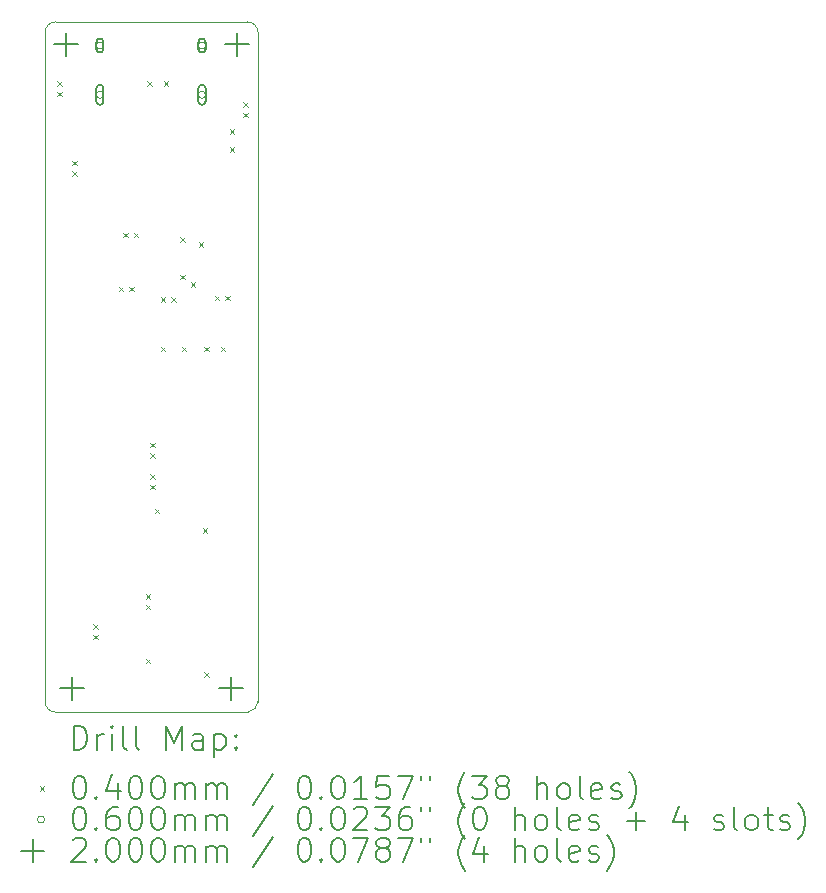
<source format=gbr>
%TF.GenerationSoftware,KiCad,Pcbnew,7.0.1*%
%TF.CreationDate,2023-08-15T21:07:47+02:00*%
%TF.ProjectId,ESP_PROG,4553505f-5052-44f4-972e-6b696361645f,rev?*%
%TF.SameCoordinates,Original*%
%TF.FileFunction,Drillmap*%
%TF.FilePolarity,Positive*%
%FSLAX45Y45*%
G04 Gerber Fmt 4.5, Leading zero omitted, Abs format (unit mm)*
G04 Created by KiCad (PCBNEW 7.0.1) date 2023-08-15 21:07:47*
%MOMM*%
%LPD*%
G01*
G04 APERTURE LIST*
%ADD10C,0.100000*%
%ADD11C,0.200000*%
%ADD12C,0.040000*%
%ADD13C,0.060000*%
G04 APERTURE END LIST*
D10*
X6096000Y-8649338D02*
G75*
G03*
X6176038Y-8560438I-9350J88898D01*
G01*
X6096000Y-8649338D02*
X4462862Y-8649976D01*
X4462862Y-2806702D02*
G75*
G03*
X4373962Y-2895600I-2J-88898D01*
G01*
X4462862Y-2806700D02*
X6087138Y-2806062D01*
X6176038Y-2894962D02*
G75*
G03*
X6087138Y-2806062I-88898J2D01*
G01*
X4373962Y-8560438D02*
X4373962Y-2895600D01*
X4373966Y-8560438D02*
G75*
G03*
X4462862Y-8649976I88894J-642D01*
G01*
X6176038Y-2894962D02*
X6176038Y-8560438D01*
D11*
D12*
X4475800Y-3307400D02*
X4515800Y-3347400D01*
X4515800Y-3307400D02*
X4475800Y-3347400D01*
X4475800Y-3396300D02*
X4515800Y-3436300D01*
X4515800Y-3396300D02*
X4475800Y-3436300D01*
X4602800Y-3980500D02*
X4642800Y-4020500D01*
X4642800Y-3980500D02*
X4602800Y-4020500D01*
X4602800Y-4069400D02*
X4642800Y-4109400D01*
X4642800Y-4069400D02*
X4602800Y-4109400D01*
X4780600Y-7904800D02*
X4820600Y-7944800D01*
X4820600Y-7904800D02*
X4780600Y-7944800D01*
X4780600Y-7993700D02*
X4820600Y-8033700D01*
X4820600Y-7993700D02*
X4780600Y-8033700D01*
X4996500Y-5047300D02*
X5036500Y-5087300D01*
X5036500Y-5047300D02*
X4996500Y-5087300D01*
X5034600Y-4590100D02*
X5074600Y-4630100D01*
X5074600Y-4590100D02*
X5034600Y-4630100D01*
X5085400Y-5047300D02*
X5125400Y-5087300D01*
X5125400Y-5047300D02*
X5085400Y-5087300D01*
X5123500Y-4590100D02*
X5163500Y-4630100D01*
X5163500Y-4590100D02*
X5123500Y-4630100D01*
X5225100Y-7650800D02*
X5265100Y-7690800D01*
X5265100Y-7650800D02*
X5225100Y-7690800D01*
X5225100Y-7739700D02*
X5265100Y-7779700D01*
X5265100Y-7739700D02*
X5225100Y-7779700D01*
X5225100Y-8196900D02*
X5265100Y-8236900D01*
X5265100Y-8196900D02*
X5225100Y-8236900D01*
X5237800Y-3307400D02*
X5277800Y-3347400D01*
X5277800Y-3307400D02*
X5237800Y-3347400D01*
X5263200Y-6368100D02*
X5303200Y-6408100D01*
X5303200Y-6368100D02*
X5263200Y-6408100D01*
X5263200Y-6457000D02*
X5303200Y-6497000D01*
X5303200Y-6457000D02*
X5263200Y-6497000D01*
X5263200Y-6634800D02*
X5303200Y-6674800D01*
X5303200Y-6634800D02*
X5263200Y-6674800D01*
X5263200Y-6723700D02*
X5303200Y-6763700D01*
X5303200Y-6723700D02*
X5263200Y-6763700D01*
X5301300Y-6926900D02*
X5341300Y-6966900D01*
X5341300Y-6926900D02*
X5301300Y-6966900D01*
X5352100Y-5136200D02*
X5392100Y-5176200D01*
X5392100Y-5136200D02*
X5352100Y-5176200D01*
X5352100Y-5555300D02*
X5392100Y-5595300D01*
X5392100Y-5555300D02*
X5352100Y-5595300D01*
X5377500Y-3307400D02*
X5417500Y-3347400D01*
X5417500Y-3307400D02*
X5377500Y-3347400D01*
X5441000Y-5136200D02*
X5481000Y-5176200D01*
X5481000Y-5136200D02*
X5441000Y-5176200D01*
X5517200Y-4628200D02*
X5557200Y-4668200D01*
X5557200Y-4628200D02*
X5517200Y-4668200D01*
X5517200Y-4945700D02*
X5557200Y-4985700D01*
X5557200Y-4945700D02*
X5517200Y-4985700D01*
X5529900Y-5555300D02*
X5569900Y-5595300D01*
X5569900Y-5555300D02*
X5529900Y-5595300D01*
X5606100Y-5009200D02*
X5646100Y-5049200D01*
X5646100Y-5009200D02*
X5606100Y-5049200D01*
X5674612Y-4673988D02*
X5714612Y-4713988D01*
X5714612Y-4673988D02*
X5674612Y-4713988D01*
X5707700Y-7092000D02*
X5747700Y-7132000D01*
X5747700Y-7092000D02*
X5707700Y-7132000D01*
X5720400Y-5555300D02*
X5760400Y-5595300D01*
X5760400Y-5555300D02*
X5720400Y-5595300D01*
X5720400Y-8311200D02*
X5760400Y-8351200D01*
X5760400Y-8311200D02*
X5720400Y-8351200D01*
X5809300Y-5123500D02*
X5849300Y-5163500D01*
X5849300Y-5123500D02*
X5809300Y-5163500D01*
X5860100Y-5555300D02*
X5900100Y-5595300D01*
X5900100Y-5555300D02*
X5860100Y-5595300D01*
X5898200Y-5123500D02*
X5938200Y-5163500D01*
X5938200Y-5123500D02*
X5898200Y-5163500D01*
X5936300Y-3713800D02*
X5976300Y-3753800D01*
X5976300Y-3713800D02*
X5936300Y-3753800D01*
X5936300Y-3866200D02*
X5976300Y-3906200D01*
X5976300Y-3866200D02*
X5936300Y-3906200D01*
X6050600Y-3485200D02*
X6090600Y-3525200D01*
X6090600Y-3485200D02*
X6050600Y-3525200D01*
X6050600Y-3574100D02*
X6090600Y-3614100D01*
X6090600Y-3574100D02*
X6050600Y-3614100D01*
D13*
X4868500Y-3006500D02*
G75*
G03*
X4868500Y-3006500I-30000J0D01*
G01*
D11*
X4868500Y-3036500D02*
X4868500Y-2976500D01*
X4868500Y-2976500D02*
G75*
G03*
X4808500Y-2976500I-30000J0D01*
G01*
X4808500Y-2976500D02*
X4808500Y-3036500D01*
X4808500Y-3036500D02*
G75*
G03*
X4868500Y-3036500I30000J0D01*
G01*
D13*
X4868500Y-3424500D02*
G75*
G03*
X4868500Y-3424500I-30000J0D01*
G01*
D11*
X4868500Y-3479500D02*
X4868500Y-3369500D01*
X4868500Y-3369500D02*
G75*
G03*
X4808500Y-3369500I-30000J0D01*
G01*
X4808500Y-3369500D02*
X4808500Y-3479500D01*
X4808500Y-3479500D02*
G75*
G03*
X4868500Y-3479500I30000J0D01*
G01*
D13*
X5732500Y-3006500D02*
G75*
G03*
X5732500Y-3006500I-30000J0D01*
G01*
D11*
X5732500Y-3036500D02*
X5732500Y-2976500D01*
X5732500Y-2976500D02*
G75*
G03*
X5672500Y-2976500I-30000J0D01*
G01*
X5672500Y-2976500D02*
X5672500Y-3036500D01*
X5672500Y-3036500D02*
G75*
G03*
X5732500Y-3036500I30000J0D01*
G01*
D13*
X5732500Y-3424500D02*
G75*
G03*
X5732500Y-3424500I-30000J0D01*
G01*
D11*
X5732500Y-3479500D02*
X5732500Y-3369500D01*
X5732500Y-3369500D02*
G75*
G03*
X5672500Y-3369500I-30000J0D01*
G01*
X5672500Y-3369500D02*
X5672500Y-3479500D01*
X5672500Y-3479500D02*
G75*
G03*
X5732500Y-3479500I30000J0D01*
G01*
X4550000Y-2897200D02*
X4550000Y-3097200D01*
X4450000Y-2997200D02*
X4650000Y-2997200D01*
X4600000Y-8350000D02*
X4600000Y-8550000D01*
X4500000Y-8450000D02*
X4700000Y-8450000D01*
X5950000Y-8350000D02*
X5950000Y-8550000D01*
X5850000Y-8450000D02*
X6050000Y-8450000D01*
X6000000Y-2897200D02*
X6000000Y-3097200D01*
X5900000Y-2997200D02*
X6100000Y-2997200D01*
X4616581Y-8967500D02*
X4616581Y-8767500D01*
X4616581Y-8767500D02*
X4664200Y-8767500D01*
X4664200Y-8767500D02*
X4692771Y-8777024D01*
X4692771Y-8777024D02*
X4711819Y-8796072D01*
X4711819Y-8796072D02*
X4721343Y-8815119D01*
X4721343Y-8815119D02*
X4730867Y-8853214D01*
X4730867Y-8853214D02*
X4730867Y-8881786D01*
X4730867Y-8881786D02*
X4721343Y-8919881D01*
X4721343Y-8919881D02*
X4711819Y-8938929D01*
X4711819Y-8938929D02*
X4692771Y-8957976D01*
X4692771Y-8957976D02*
X4664200Y-8967500D01*
X4664200Y-8967500D02*
X4616581Y-8967500D01*
X4816581Y-8967500D02*
X4816581Y-8834167D01*
X4816581Y-8872262D02*
X4826105Y-8853214D01*
X4826105Y-8853214D02*
X4835628Y-8843691D01*
X4835628Y-8843691D02*
X4854676Y-8834167D01*
X4854676Y-8834167D02*
X4873724Y-8834167D01*
X4940390Y-8967500D02*
X4940390Y-8834167D01*
X4940390Y-8767500D02*
X4930867Y-8777024D01*
X4930867Y-8777024D02*
X4940390Y-8786548D01*
X4940390Y-8786548D02*
X4949914Y-8777024D01*
X4949914Y-8777024D02*
X4940390Y-8767500D01*
X4940390Y-8767500D02*
X4940390Y-8786548D01*
X5064200Y-8967500D02*
X5045152Y-8957976D01*
X5045152Y-8957976D02*
X5035628Y-8938929D01*
X5035628Y-8938929D02*
X5035628Y-8767500D01*
X5168962Y-8967500D02*
X5149914Y-8957976D01*
X5149914Y-8957976D02*
X5140390Y-8938929D01*
X5140390Y-8938929D02*
X5140390Y-8767500D01*
X5397533Y-8967500D02*
X5397533Y-8767500D01*
X5397533Y-8767500D02*
X5464200Y-8910357D01*
X5464200Y-8910357D02*
X5530867Y-8767500D01*
X5530867Y-8767500D02*
X5530867Y-8967500D01*
X5711819Y-8967500D02*
X5711819Y-8862738D01*
X5711819Y-8862738D02*
X5702295Y-8843691D01*
X5702295Y-8843691D02*
X5683247Y-8834167D01*
X5683247Y-8834167D02*
X5645152Y-8834167D01*
X5645152Y-8834167D02*
X5626105Y-8843691D01*
X5711819Y-8957976D02*
X5692771Y-8967500D01*
X5692771Y-8967500D02*
X5645152Y-8967500D01*
X5645152Y-8967500D02*
X5626105Y-8957976D01*
X5626105Y-8957976D02*
X5616581Y-8938929D01*
X5616581Y-8938929D02*
X5616581Y-8919881D01*
X5616581Y-8919881D02*
X5626105Y-8900834D01*
X5626105Y-8900834D02*
X5645152Y-8891310D01*
X5645152Y-8891310D02*
X5692771Y-8891310D01*
X5692771Y-8891310D02*
X5711819Y-8881786D01*
X5807057Y-8834167D02*
X5807057Y-9034167D01*
X5807057Y-8843691D02*
X5826105Y-8834167D01*
X5826105Y-8834167D02*
X5864200Y-8834167D01*
X5864200Y-8834167D02*
X5883247Y-8843691D01*
X5883247Y-8843691D02*
X5892771Y-8853214D01*
X5892771Y-8853214D02*
X5902295Y-8872262D01*
X5902295Y-8872262D02*
X5902295Y-8929405D01*
X5902295Y-8929405D02*
X5892771Y-8948453D01*
X5892771Y-8948453D02*
X5883247Y-8957976D01*
X5883247Y-8957976D02*
X5864200Y-8967500D01*
X5864200Y-8967500D02*
X5826105Y-8967500D01*
X5826105Y-8967500D02*
X5807057Y-8957976D01*
X5988009Y-8948453D02*
X5997533Y-8957976D01*
X5997533Y-8957976D02*
X5988009Y-8967500D01*
X5988009Y-8967500D02*
X5978486Y-8957976D01*
X5978486Y-8957976D02*
X5988009Y-8948453D01*
X5988009Y-8948453D02*
X5988009Y-8967500D01*
X5988009Y-8843691D02*
X5997533Y-8853214D01*
X5997533Y-8853214D02*
X5988009Y-8862738D01*
X5988009Y-8862738D02*
X5978486Y-8853214D01*
X5978486Y-8853214D02*
X5988009Y-8843691D01*
X5988009Y-8843691D02*
X5988009Y-8862738D01*
D12*
X4328962Y-9274976D02*
X4368962Y-9314976D01*
X4368962Y-9274976D02*
X4328962Y-9314976D01*
D11*
X4654676Y-9187500D02*
X4673724Y-9187500D01*
X4673724Y-9187500D02*
X4692771Y-9197024D01*
X4692771Y-9197024D02*
X4702295Y-9206548D01*
X4702295Y-9206548D02*
X4711819Y-9225595D01*
X4711819Y-9225595D02*
X4721343Y-9263691D01*
X4721343Y-9263691D02*
X4721343Y-9311310D01*
X4721343Y-9311310D02*
X4711819Y-9349405D01*
X4711819Y-9349405D02*
X4702295Y-9368453D01*
X4702295Y-9368453D02*
X4692771Y-9377976D01*
X4692771Y-9377976D02*
X4673724Y-9387500D01*
X4673724Y-9387500D02*
X4654676Y-9387500D01*
X4654676Y-9387500D02*
X4635628Y-9377976D01*
X4635628Y-9377976D02*
X4626105Y-9368453D01*
X4626105Y-9368453D02*
X4616581Y-9349405D01*
X4616581Y-9349405D02*
X4607057Y-9311310D01*
X4607057Y-9311310D02*
X4607057Y-9263691D01*
X4607057Y-9263691D02*
X4616581Y-9225595D01*
X4616581Y-9225595D02*
X4626105Y-9206548D01*
X4626105Y-9206548D02*
X4635628Y-9197024D01*
X4635628Y-9197024D02*
X4654676Y-9187500D01*
X4807057Y-9368453D02*
X4816581Y-9377976D01*
X4816581Y-9377976D02*
X4807057Y-9387500D01*
X4807057Y-9387500D02*
X4797533Y-9377976D01*
X4797533Y-9377976D02*
X4807057Y-9368453D01*
X4807057Y-9368453D02*
X4807057Y-9387500D01*
X4988009Y-9254167D02*
X4988009Y-9387500D01*
X4940390Y-9177976D02*
X4892771Y-9320834D01*
X4892771Y-9320834D02*
X5016581Y-9320834D01*
X5130867Y-9187500D02*
X5149914Y-9187500D01*
X5149914Y-9187500D02*
X5168962Y-9197024D01*
X5168962Y-9197024D02*
X5178486Y-9206548D01*
X5178486Y-9206548D02*
X5188009Y-9225595D01*
X5188009Y-9225595D02*
X5197533Y-9263691D01*
X5197533Y-9263691D02*
X5197533Y-9311310D01*
X5197533Y-9311310D02*
X5188009Y-9349405D01*
X5188009Y-9349405D02*
X5178486Y-9368453D01*
X5178486Y-9368453D02*
X5168962Y-9377976D01*
X5168962Y-9377976D02*
X5149914Y-9387500D01*
X5149914Y-9387500D02*
X5130867Y-9387500D01*
X5130867Y-9387500D02*
X5111819Y-9377976D01*
X5111819Y-9377976D02*
X5102295Y-9368453D01*
X5102295Y-9368453D02*
X5092771Y-9349405D01*
X5092771Y-9349405D02*
X5083248Y-9311310D01*
X5083248Y-9311310D02*
X5083248Y-9263691D01*
X5083248Y-9263691D02*
X5092771Y-9225595D01*
X5092771Y-9225595D02*
X5102295Y-9206548D01*
X5102295Y-9206548D02*
X5111819Y-9197024D01*
X5111819Y-9197024D02*
X5130867Y-9187500D01*
X5321343Y-9187500D02*
X5340390Y-9187500D01*
X5340390Y-9187500D02*
X5359438Y-9197024D01*
X5359438Y-9197024D02*
X5368962Y-9206548D01*
X5368962Y-9206548D02*
X5378486Y-9225595D01*
X5378486Y-9225595D02*
X5388009Y-9263691D01*
X5388009Y-9263691D02*
X5388009Y-9311310D01*
X5388009Y-9311310D02*
X5378486Y-9349405D01*
X5378486Y-9349405D02*
X5368962Y-9368453D01*
X5368962Y-9368453D02*
X5359438Y-9377976D01*
X5359438Y-9377976D02*
X5340390Y-9387500D01*
X5340390Y-9387500D02*
X5321343Y-9387500D01*
X5321343Y-9387500D02*
X5302295Y-9377976D01*
X5302295Y-9377976D02*
X5292771Y-9368453D01*
X5292771Y-9368453D02*
X5283248Y-9349405D01*
X5283248Y-9349405D02*
X5273724Y-9311310D01*
X5273724Y-9311310D02*
X5273724Y-9263691D01*
X5273724Y-9263691D02*
X5283248Y-9225595D01*
X5283248Y-9225595D02*
X5292771Y-9206548D01*
X5292771Y-9206548D02*
X5302295Y-9197024D01*
X5302295Y-9197024D02*
X5321343Y-9187500D01*
X5473724Y-9387500D02*
X5473724Y-9254167D01*
X5473724Y-9273214D02*
X5483248Y-9263691D01*
X5483248Y-9263691D02*
X5502295Y-9254167D01*
X5502295Y-9254167D02*
X5530867Y-9254167D01*
X5530867Y-9254167D02*
X5549914Y-9263691D01*
X5549914Y-9263691D02*
X5559438Y-9282738D01*
X5559438Y-9282738D02*
X5559438Y-9387500D01*
X5559438Y-9282738D02*
X5568962Y-9263691D01*
X5568962Y-9263691D02*
X5588009Y-9254167D01*
X5588009Y-9254167D02*
X5616581Y-9254167D01*
X5616581Y-9254167D02*
X5635628Y-9263691D01*
X5635628Y-9263691D02*
X5645152Y-9282738D01*
X5645152Y-9282738D02*
X5645152Y-9387500D01*
X5740390Y-9387500D02*
X5740390Y-9254167D01*
X5740390Y-9273214D02*
X5749914Y-9263691D01*
X5749914Y-9263691D02*
X5768962Y-9254167D01*
X5768962Y-9254167D02*
X5797533Y-9254167D01*
X5797533Y-9254167D02*
X5816581Y-9263691D01*
X5816581Y-9263691D02*
X5826105Y-9282738D01*
X5826105Y-9282738D02*
X5826105Y-9387500D01*
X5826105Y-9282738D02*
X5835628Y-9263691D01*
X5835628Y-9263691D02*
X5854676Y-9254167D01*
X5854676Y-9254167D02*
X5883247Y-9254167D01*
X5883247Y-9254167D02*
X5902295Y-9263691D01*
X5902295Y-9263691D02*
X5911819Y-9282738D01*
X5911819Y-9282738D02*
X5911819Y-9387500D01*
X6302295Y-9177976D02*
X6130867Y-9435119D01*
X6559438Y-9187500D02*
X6578486Y-9187500D01*
X6578486Y-9187500D02*
X6597533Y-9197024D01*
X6597533Y-9197024D02*
X6607057Y-9206548D01*
X6607057Y-9206548D02*
X6616581Y-9225595D01*
X6616581Y-9225595D02*
X6626105Y-9263691D01*
X6626105Y-9263691D02*
X6626105Y-9311310D01*
X6626105Y-9311310D02*
X6616581Y-9349405D01*
X6616581Y-9349405D02*
X6607057Y-9368453D01*
X6607057Y-9368453D02*
X6597533Y-9377976D01*
X6597533Y-9377976D02*
X6578486Y-9387500D01*
X6578486Y-9387500D02*
X6559438Y-9387500D01*
X6559438Y-9387500D02*
X6540390Y-9377976D01*
X6540390Y-9377976D02*
X6530867Y-9368453D01*
X6530867Y-9368453D02*
X6521343Y-9349405D01*
X6521343Y-9349405D02*
X6511819Y-9311310D01*
X6511819Y-9311310D02*
X6511819Y-9263691D01*
X6511819Y-9263691D02*
X6521343Y-9225595D01*
X6521343Y-9225595D02*
X6530867Y-9206548D01*
X6530867Y-9206548D02*
X6540390Y-9197024D01*
X6540390Y-9197024D02*
X6559438Y-9187500D01*
X6711819Y-9368453D02*
X6721343Y-9377976D01*
X6721343Y-9377976D02*
X6711819Y-9387500D01*
X6711819Y-9387500D02*
X6702295Y-9377976D01*
X6702295Y-9377976D02*
X6711819Y-9368453D01*
X6711819Y-9368453D02*
X6711819Y-9387500D01*
X6845152Y-9187500D02*
X6864200Y-9187500D01*
X6864200Y-9187500D02*
X6883248Y-9197024D01*
X6883248Y-9197024D02*
X6892771Y-9206548D01*
X6892771Y-9206548D02*
X6902295Y-9225595D01*
X6902295Y-9225595D02*
X6911819Y-9263691D01*
X6911819Y-9263691D02*
X6911819Y-9311310D01*
X6911819Y-9311310D02*
X6902295Y-9349405D01*
X6902295Y-9349405D02*
X6892771Y-9368453D01*
X6892771Y-9368453D02*
X6883248Y-9377976D01*
X6883248Y-9377976D02*
X6864200Y-9387500D01*
X6864200Y-9387500D02*
X6845152Y-9387500D01*
X6845152Y-9387500D02*
X6826105Y-9377976D01*
X6826105Y-9377976D02*
X6816581Y-9368453D01*
X6816581Y-9368453D02*
X6807057Y-9349405D01*
X6807057Y-9349405D02*
X6797533Y-9311310D01*
X6797533Y-9311310D02*
X6797533Y-9263691D01*
X6797533Y-9263691D02*
X6807057Y-9225595D01*
X6807057Y-9225595D02*
X6816581Y-9206548D01*
X6816581Y-9206548D02*
X6826105Y-9197024D01*
X6826105Y-9197024D02*
X6845152Y-9187500D01*
X7102295Y-9387500D02*
X6988010Y-9387500D01*
X7045152Y-9387500D02*
X7045152Y-9187500D01*
X7045152Y-9187500D02*
X7026105Y-9216072D01*
X7026105Y-9216072D02*
X7007057Y-9235119D01*
X7007057Y-9235119D02*
X6988010Y-9244643D01*
X7283248Y-9187500D02*
X7188010Y-9187500D01*
X7188010Y-9187500D02*
X7178486Y-9282738D01*
X7178486Y-9282738D02*
X7188010Y-9273214D01*
X7188010Y-9273214D02*
X7207057Y-9263691D01*
X7207057Y-9263691D02*
X7254676Y-9263691D01*
X7254676Y-9263691D02*
X7273724Y-9273214D01*
X7273724Y-9273214D02*
X7283248Y-9282738D01*
X7283248Y-9282738D02*
X7292771Y-9301786D01*
X7292771Y-9301786D02*
X7292771Y-9349405D01*
X7292771Y-9349405D02*
X7283248Y-9368453D01*
X7283248Y-9368453D02*
X7273724Y-9377976D01*
X7273724Y-9377976D02*
X7254676Y-9387500D01*
X7254676Y-9387500D02*
X7207057Y-9387500D01*
X7207057Y-9387500D02*
X7188010Y-9377976D01*
X7188010Y-9377976D02*
X7178486Y-9368453D01*
X7359438Y-9187500D02*
X7492771Y-9187500D01*
X7492771Y-9187500D02*
X7407057Y-9387500D01*
X7559438Y-9187500D02*
X7559438Y-9225595D01*
X7635629Y-9187500D02*
X7635629Y-9225595D01*
X7930867Y-9463691D02*
X7921343Y-9454167D01*
X7921343Y-9454167D02*
X7902295Y-9425595D01*
X7902295Y-9425595D02*
X7892772Y-9406548D01*
X7892772Y-9406548D02*
X7883248Y-9377976D01*
X7883248Y-9377976D02*
X7873724Y-9330357D01*
X7873724Y-9330357D02*
X7873724Y-9292262D01*
X7873724Y-9292262D02*
X7883248Y-9244643D01*
X7883248Y-9244643D02*
X7892772Y-9216072D01*
X7892772Y-9216072D02*
X7902295Y-9197024D01*
X7902295Y-9197024D02*
X7921343Y-9168453D01*
X7921343Y-9168453D02*
X7930867Y-9158929D01*
X7988010Y-9187500D02*
X8111819Y-9187500D01*
X8111819Y-9187500D02*
X8045152Y-9263691D01*
X8045152Y-9263691D02*
X8073724Y-9263691D01*
X8073724Y-9263691D02*
X8092772Y-9273214D01*
X8092772Y-9273214D02*
X8102295Y-9282738D01*
X8102295Y-9282738D02*
X8111819Y-9301786D01*
X8111819Y-9301786D02*
X8111819Y-9349405D01*
X8111819Y-9349405D02*
X8102295Y-9368453D01*
X8102295Y-9368453D02*
X8092772Y-9377976D01*
X8092772Y-9377976D02*
X8073724Y-9387500D01*
X8073724Y-9387500D02*
X8016581Y-9387500D01*
X8016581Y-9387500D02*
X7997533Y-9377976D01*
X7997533Y-9377976D02*
X7988010Y-9368453D01*
X8226105Y-9273214D02*
X8207057Y-9263691D01*
X8207057Y-9263691D02*
X8197533Y-9254167D01*
X8197533Y-9254167D02*
X8188010Y-9235119D01*
X8188010Y-9235119D02*
X8188010Y-9225595D01*
X8188010Y-9225595D02*
X8197533Y-9206548D01*
X8197533Y-9206548D02*
X8207057Y-9197024D01*
X8207057Y-9197024D02*
X8226105Y-9187500D01*
X8226105Y-9187500D02*
X8264200Y-9187500D01*
X8264200Y-9187500D02*
X8283248Y-9197024D01*
X8283248Y-9197024D02*
X8292772Y-9206548D01*
X8292772Y-9206548D02*
X8302295Y-9225595D01*
X8302295Y-9225595D02*
X8302295Y-9235119D01*
X8302295Y-9235119D02*
X8292772Y-9254167D01*
X8292772Y-9254167D02*
X8283248Y-9263691D01*
X8283248Y-9263691D02*
X8264200Y-9273214D01*
X8264200Y-9273214D02*
X8226105Y-9273214D01*
X8226105Y-9273214D02*
X8207057Y-9282738D01*
X8207057Y-9282738D02*
X8197533Y-9292262D01*
X8197533Y-9292262D02*
X8188010Y-9311310D01*
X8188010Y-9311310D02*
X8188010Y-9349405D01*
X8188010Y-9349405D02*
X8197533Y-9368453D01*
X8197533Y-9368453D02*
X8207057Y-9377976D01*
X8207057Y-9377976D02*
X8226105Y-9387500D01*
X8226105Y-9387500D02*
X8264200Y-9387500D01*
X8264200Y-9387500D02*
X8283248Y-9377976D01*
X8283248Y-9377976D02*
X8292772Y-9368453D01*
X8292772Y-9368453D02*
X8302295Y-9349405D01*
X8302295Y-9349405D02*
X8302295Y-9311310D01*
X8302295Y-9311310D02*
X8292772Y-9292262D01*
X8292772Y-9292262D02*
X8283248Y-9282738D01*
X8283248Y-9282738D02*
X8264200Y-9273214D01*
X8540391Y-9387500D02*
X8540391Y-9187500D01*
X8626105Y-9387500D02*
X8626105Y-9282738D01*
X8626105Y-9282738D02*
X8616581Y-9263691D01*
X8616581Y-9263691D02*
X8597534Y-9254167D01*
X8597534Y-9254167D02*
X8568962Y-9254167D01*
X8568962Y-9254167D02*
X8549915Y-9263691D01*
X8549915Y-9263691D02*
X8540391Y-9273214D01*
X8749915Y-9387500D02*
X8730867Y-9377976D01*
X8730867Y-9377976D02*
X8721343Y-9368453D01*
X8721343Y-9368453D02*
X8711819Y-9349405D01*
X8711819Y-9349405D02*
X8711819Y-9292262D01*
X8711819Y-9292262D02*
X8721343Y-9273214D01*
X8721343Y-9273214D02*
X8730867Y-9263691D01*
X8730867Y-9263691D02*
X8749915Y-9254167D01*
X8749915Y-9254167D02*
X8778486Y-9254167D01*
X8778486Y-9254167D02*
X8797534Y-9263691D01*
X8797534Y-9263691D02*
X8807057Y-9273214D01*
X8807057Y-9273214D02*
X8816581Y-9292262D01*
X8816581Y-9292262D02*
X8816581Y-9349405D01*
X8816581Y-9349405D02*
X8807057Y-9368453D01*
X8807057Y-9368453D02*
X8797534Y-9377976D01*
X8797534Y-9377976D02*
X8778486Y-9387500D01*
X8778486Y-9387500D02*
X8749915Y-9387500D01*
X8930867Y-9387500D02*
X8911819Y-9377976D01*
X8911819Y-9377976D02*
X8902296Y-9358929D01*
X8902296Y-9358929D02*
X8902296Y-9187500D01*
X9083248Y-9377976D02*
X9064200Y-9387500D01*
X9064200Y-9387500D02*
X9026105Y-9387500D01*
X9026105Y-9387500D02*
X9007057Y-9377976D01*
X9007057Y-9377976D02*
X8997534Y-9358929D01*
X8997534Y-9358929D02*
X8997534Y-9282738D01*
X8997534Y-9282738D02*
X9007057Y-9263691D01*
X9007057Y-9263691D02*
X9026105Y-9254167D01*
X9026105Y-9254167D02*
X9064200Y-9254167D01*
X9064200Y-9254167D02*
X9083248Y-9263691D01*
X9083248Y-9263691D02*
X9092772Y-9282738D01*
X9092772Y-9282738D02*
X9092772Y-9301786D01*
X9092772Y-9301786D02*
X8997534Y-9320834D01*
X9168962Y-9377976D02*
X9188010Y-9387500D01*
X9188010Y-9387500D02*
X9226105Y-9387500D01*
X9226105Y-9387500D02*
X9245153Y-9377976D01*
X9245153Y-9377976D02*
X9254677Y-9358929D01*
X9254677Y-9358929D02*
X9254677Y-9349405D01*
X9254677Y-9349405D02*
X9245153Y-9330357D01*
X9245153Y-9330357D02*
X9226105Y-9320834D01*
X9226105Y-9320834D02*
X9197534Y-9320834D01*
X9197534Y-9320834D02*
X9178486Y-9311310D01*
X9178486Y-9311310D02*
X9168962Y-9292262D01*
X9168962Y-9292262D02*
X9168962Y-9282738D01*
X9168962Y-9282738D02*
X9178486Y-9263691D01*
X9178486Y-9263691D02*
X9197534Y-9254167D01*
X9197534Y-9254167D02*
X9226105Y-9254167D01*
X9226105Y-9254167D02*
X9245153Y-9263691D01*
X9321343Y-9463691D02*
X9330867Y-9454167D01*
X9330867Y-9454167D02*
X9349915Y-9425595D01*
X9349915Y-9425595D02*
X9359438Y-9406548D01*
X9359438Y-9406548D02*
X9368962Y-9377976D01*
X9368962Y-9377976D02*
X9378486Y-9330357D01*
X9378486Y-9330357D02*
X9378486Y-9292262D01*
X9378486Y-9292262D02*
X9368962Y-9244643D01*
X9368962Y-9244643D02*
X9359438Y-9216072D01*
X9359438Y-9216072D02*
X9349915Y-9197024D01*
X9349915Y-9197024D02*
X9330867Y-9168453D01*
X9330867Y-9168453D02*
X9321343Y-9158929D01*
D13*
X4368962Y-9558976D02*
G75*
G03*
X4368962Y-9558976I-30000J0D01*
G01*
D11*
X4654676Y-9451500D02*
X4673724Y-9451500D01*
X4673724Y-9451500D02*
X4692771Y-9461024D01*
X4692771Y-9461024D02*
X4702295Y-9470548D01*
X4702295Y-9470548D02*
X4711819Y-9489595D01*
X4711819Y-9489595D02*
X4721343Y-9527691D01*
X4721343Y-9527691D02*
X4721343Y-9575310D01*
X4721343Y-9575310D02*
X4711819Y-9613405D01*
X4711819Y-9613405D02*
X4702295Y-9632453D01*
X4702295Y-9632453D02*
X4692771Y-9641976D01*
X4692771Y-9641976D02*
X4673724Y-9651500D01*
X4673724Y-9651500D02*
X4654676Y-9651500D01*
X4654676Y-9651500D02*
X4635628Y-9641976D01*
X4635628Y-9641976D02*
X4626105Y-9632453D01*
X4626105Y-9632453D02*
X4616581Y-9613405D01*
X4616581Y-9613405D02*
X4607057Y-9575310D01*
X4607057Y-9575310D02*
X4607057Y-9527691D01*
X4607057Y-9527691D02*
X4616581Y-9489595D01*
X4616581Y-9489595D02*
X4626105Y-9470548D01*
X4626105Y-9470548D02*
X4635628Y-9461024D01*
X4635628Y-9461024D02*
X4654676Y-9451500D01*
X4807057Y-9632453D02*
X4816581Y-9641976D01*
X4816581Y-9641976D02*
X4807057Y-9651500D01*
X4807057Y-9651500D02*
X4797533Y-9641976D01*
X4797533Y-9641976D02*
X4807057Y-9632453D01*
X4807057Y-9632453D02*
X4807057Y-9651500D01*
X4988009Y-9451500D02*
X4949914Y-9451500D01*
X4949914Y-9451500D02*
X4930867Y-9461024D01*
X4930867Y-9461024D02*
X4921343Y-9470548D01*
X4921343Y-9470548D02*
X4902295Y-9499119D01*
X4902295Y-9499119D02*
X4892771Y-9537214D01*
X4892771Y-9537214D02*
X4892771Y-9613405D01*
X4892771Y-9613405D02*
X4902295Y-9632453D01*
X4902295Y-9632453D02*
X4911819Y-9641976D01*
X4911819Y-9641976D02*
X4930867Y-9651500D01*
X4930867Y-9651500D02*
X4968962Y-9651500D01*
X4968962Y-9651500D02*
X4988009Y-9641976D01*
X4988009Y-9641976D02*
X4997533Y-9632453D01*
X4997533Y-9632453D02*
X5007057Y-9613405D01*
X5007057Y-9613405D02*
X5007057Y-9565786D01*
X5007057Y-9565786D02*
X4997533Y-9546738D01*
X4997533Y-9546738D02*
X4988009Y-9537214D01*
X4988009Y-9537214D02*
X4968962Y-9527691D01*
X4968962Y-9527691D02*
X4930867Y-9527691D01*
X4930867Y-9527691D02*
X4911819Y-9537214D01*
X4911819Y-9537214D02*
X4902295Y-9546738D01*
X4902295Y-9546738D02*
X4892771Y-9565786D01*
X5130867Y-9451500D02*
X5149914Y-9451500D01*
X5149914Y-9451500D02*
X5168962Y-9461024D01*
X5168962Y-9461024D02*
X5178486Y-9470548D01*
X5178486Y-9470548D02*
X5188009Y-9489595D01*
X5188009Y-9489595D02*
X5197533Y-9527691D01*
X5197533Y-9527691D02*
X5197533Y-9575310D01*
X5197533Y-9575310D02*
X5188009Y-9613405D01*
X5188009Y-9613405D02*
X5178486Y-9632453D01*
X5178486Y-9632453D02*
X5168962Y-9641976D01*
X5168962Y-9641976D02*
X5149914Y-9651500D01*
X5149914Y-9651500D02*
X5130867Y-9651500D01*
X5130867Y-9651500D02*
X5111819Y-9641976D01*
X5111819Y-9641976D02*
X5102295Y-9632453D01*
X5102295Y-9632453D02*
X5092771Y-9613405D01*
X5092771Y-9613405D02*
X5083248Y-9575310D01*
X5083248Y-9575310D02*
X5083248Y-9527691D01*
X5083248Y-9527691D02*
X5092771Y-9489595D01*
X5092771Y-9489595D02*
X5102295Y-9470548D01*
X5102295Y-9470548D02*
X5111819Y-9461024D01*
X5111819Y-9461024D02*
X5130867Y-9451500D01*
X5321343Y-9451500D02*
X5340390Y-9451500D01*
X5340390Y-9451500D02*
X5359438Y-9461024D01*
X5359438Y-9461024D02*
X5368962Y-9470548D01*
X5368962Y-9470548D02*
X5378486Y-9489595D01*
X5378486Y-9489595D02*
X5388009Y-9527691D01*
X5388009Y-9527691D02*
X5388009Y-9575310D01*
X5388009Y-9575310D02*
X5378486Y-9613405D01*
X5378486Y-9613405D02*
X5368962Y-9632453D01*
X5368962Y-9632453D02*
X5359438Y-9641976D01*
X5359438Y-9641976D02*
X5340390Y-9651500D01*
X5340390Y-9651500D02*
X5321343Y-9651500D01*
X5321343Y-9651500D02*
X5302295Y-9641976D01*
X5302295Y-9641976D02*
X5292771Y-9632453D01*
X5292771Y-9632453D02*
X5283248Y-9613405D01*
X5283248Y-9613405D02*
X5273724Y-9575310D01*
X5273724Y-9575310D02*
X5273724Y-9527691D01*
X5273724Y-9527691D02*
X5283248Y-9489595D01*
X5283248Y-9489595D02*
X5292771Y-9470548D01*
X5292771Y-9470548D02*
X5302295Y-9461024D01*
X5302295Y-9461024D02*
X5321343Y-9451500D01*
X5473724Y-9651500D02*
X5473724Y-9518167D01*
X5473724Y-9537214D02*
X5483248Y-9527691D01*
X5483248Y-9527691D02*
X5502295Y-9518167D01*
X5502295Y-9518167D02*
X5530867Y-9518167D01*
X5530867Y-9518167D02*
X5549914Y-9527691D01*
X5549914Y-9527691D02*
X5559438Y-9546738D01*
X5559438Y-9546738D02*
X5559438Y-9651500D01*
X5559438Y-9546738D02*
X5568962Y-9527691D01*
X5568962Y-9527691D02*
X5588009Y-9518167D01*
X5588009Y-9518167D02*
X5616581Y-9518167D01*
X5616581Y-9518167D02*
X5635628Y-9527691D01*
X5635628Y-9527691D02*
X5645152Y-9546738D01*
X5645152Y-9546738D02*
X5645152Y-9651500D01*
X5740390Y-9651500D02*
X5740390Y-9518167D01*
X5740390Y-9537214D02*
X5749914Y-9527691D01*
X5749914Y-9527691D02*
X5768962Y-9518167D01*
X5768962Y-9518167D02*
X5797533Y-9518167D01*
X5797533Y-9518167D02*
X5816581Y-9527691D01*
X5816581Y-9527691D02*
X5826105Y-9546738D01*
X5826105Y-9546738D02*
X5826105Y-9651500D01*
X5826105Y-9546738D02*
X5835628Y-9527691D01*
X5835628Y-9527691D02*
X5854676Y-9518167D01*
X5854676Y-9518167D02*
X5883247Y-9518167D01*
X5883247Y-9518167D02*
X5902295Y-9527691D01*
X5902295Y-9527691D02*
X5911819Y-9546738D01*
X5911819Y-9546738D02*
X5911819Y-9651500D01*
X6302295Y-9441976D02*
X6130867Y-9699119D01*
X6559438Y-9451500D02*
X6578486Y-9451500D01*
X6578486Y-9451500D02*
X6597533Y-9461024D01*
X6597533Y-9461024D02*
X6607057Y-9470548D01*
X6607057Y-9470548D02*
X6616581Y-9489595D01*
X6616581Y-9489595D02*
X6626105Y-9527691D01*
X6626105Y-9527691D02*
X6626105Y-9575310D01*
X6626105Y-9575310D02*
X6616581Y-9613405D01*
X6616581Y-9613405D02*
X6607057Y-9632453D01*
X6607057Y-9632453D02*
X6597533Y-9641976D01*
X6597533Y-9641976D02*
X6578486Y-9651500D01*
X6578486Y-9651500D02*
X6559438Y-9651500D01*
X6559438Y-9651500D02*
X6540390Y-9641976D01*
X6540390Y-9641976D02*
X6530867Y-9632453D01*
X6530867Y-9632453D02*
X6521343Y-9613405D01*
X6521343Y-9613405D02*
X6511819Y-9575310D01*
X6511819Y-9575310D02*
X6511819Y-9527691D01*
X6511819Y-9527691D02*
X6521343Y-9489595D01*
X6521343Y-9489595D02*
X6530867Y-9470548D01*
X6530867Y-9470548D02*
X6540390Y-9461024D01*
X6540390Y-9461024D02*
X6559438Y-9451500D01*
X6711819Y-9632453D02*
X6721343Y-9641976D01*
X6721343Y-9641976D02*
X6711819Y-9651500D01*
X6711819Y-9651500D02*
X6702295Y-9641976D01*
X6702295Y-9641976D02*
X6711819Y-9632453D01*
X6711819Y-9632453D02*
X6711819Y-9651500D01*
X6845152Y-9451500D02*
X6864200Y-9451500D01*
X6864200Y-9451500D02*
X6883248Y-9461024D01*
X6883248Y-9461024D02*
X6892771Y-9470548D01*
X6892771Y-9470548D02*
X6902295Y-9489595D01*
X6902295Y-9489595D02*
X6911819Y-9527691D01*
X6911819Y-9527691D02*
X6911819Y-9575310D01*
X6911819Y-9575310D02*
X6902295Y-9613405D01*
X6902295Y-9613405D02*
X6892771Y-9632453D01*
X6892771Y-9632453D02*
X6883248Y-9641976D01*
X6883248Y-9641976D02*
X6864200Y-9651500D01*
X6864200Y-9651500D02*
X6845152Y-9651500D01*
X6845152Y-9651500D02*
X6826105Y-9641976D01*
X6826105Y-9641976D02*
X6816581Y-9632453D01*
X6816581Y-9632453D02*
X6807057Y-9613405D01*
X6807057Y-9613405D02*
X6797533Y-9575310D01*
X6797533Y-9575310D02*
X6797533Y-9527691D01*
X6797533Y-9527691D02*
X6807057Y-9489595D01*
X6807057Y-9489595D02*
X6816581Y-9470548D01*
X6816581Y-9470548D02*
X6826105Y-9461024D01*
X6826105Y-9461024D02*
X6845152Y-9451500D01*
X6988010Y-9470548D02*
X6997533Y-9461024D01*
X6997533Y-9461024D02*
X7016581Y-9451500D01*
X7016581Y-9451500D02*
X7064200Y-9451500D01*
X7064200Y-9451500D02*
X7083248Y-9461024D01*
X7083248Y-9461024D02*
X7092771Y-9470548D01*
X7092771Y-9470548D02*
X7102295Y-9489595D01*
X7102295Y-9489595D02*
X7102295Y-9508643D01*
X7102295Y-9508643D02*
X7092771Y-9537214D01*
X7092771Y-9537214D02*
X6978486Y-9651500D01*
X6978486Y-9651500D02*
X7102295Y-9651500D01*
X7168962Y-9451500D02*
X7292771Y-9451500D01*
X7292771Y-9451500D02*
X7226105Y-9527691D01*
X7226105Y-9527691D02*
X7254676Y-9527691D01*
X7254676Y-9527691D02*
X7273724Y-9537214D01*
X7273724Y-9537214D02*
X7283248Y-9546738D01*
X7283248Y-9546738D02*
X7292771Y-9565786D01*
X7292771Y-9565786D02*
X7292771Y-9613405D01*
X7292771Y-9613405D02*
X7283248Y-9632453D01*
X7283248Y-9632453D02*
X7273724Y-9641976D01*
X7273724Y-9641976D02*
X7254676Y-9651500D01*
X7254676Y-9651500D02*
X7197533Y-9651500D01*
X7197533Y-9651500D02*
X7178486Y-9641976D01*
X7178486Y-9641976D02*
X7168962Y-9632453D01*
X7464200Y-9451500D02*
X7426105Y-9451500D01*
X7426105Y-9451500D02*
X7407057Y-9461024D01*
X7407057Y-9461024D02*
X7397533Y-9470548D01*
X7397533Y-9470548D02*
X7378486Y-9499119D01*
X7378486Y-9499119D02*
X7368962Y-9537214D01*
X7368962Y-9537214D02*
X7368962Y-9613405D01*
X7368962Y-9613405D02*
X7378486Y-9632453D01*
X7378486Y-9632453D02*
X7388010Y-9641976D01*
X7388010Y-9641976D02*
X7407057Y-9651500D01*
X7407057Y-9651500D02*
X7445152Y-9651500D01*
X7445152Y-9651500D02*
X7464200Y-9641976D01*
X7464200Y-9641976D02*
X7473724Y-9632453D01*
X7473724Y-9632453D02*
X7483248Y-9613405D01*
X7483248Y-9613405D02*
X7483248Y-9565786D01*
X7483248Y-9565786D02*
X7473724Y-9546738D01*
X7473724Y-9546738D02*
X7464200Y-9537214D01*
X7464200Y-9537214D02*
X7445152Y-9527691D01*
X7445152Y-9527691D02*
X7407057Y-9527691D01*
X7407057Y-9527691D02*
X7388010Y-9537214D01*
X7388010Y-9537214D02*
X7378486Y-9546738D01*
X7378486Y-9546738D02*
X7368962Y-9565786D01*
X7559438Y-9451500D02*
X7559438Y-9489595D01*
X7635629Y-9451500D02*
X7635629Y-9489595D01*
X7930867Y-9727691D02*
X7921343Y-9718167D01*
X7921343Y-9718167D02*
X7902295Y-9689595D01*
X7902295Y-9689595D02*
X7892772Y-9670548D01*
X7892772Y-9670548D02*
X7883248Y-9641976D01*
X7883248Y-9641976D02*
X7873724Y-9594357D01*
X7873724Y-9594357D02*
X7873724Y-9556262D01*
X7873724Y-9556262D02*
X7883248Y-9508643D01*
X7883248Y-9508643D02*
X7892772Y-9480072D01*
X7892772Y-9480072D02*
X7902295Y-9461024D01*
X7902295Y-9461024D02*
X7921343Y-9432453D01*
X7921343Y-9432453D02*
X7930867Y-9422929D01*
X8045152Y-9451500D02*
X8064200Y-9451500D01*
X8064200Y-9451500D02*
X8083248Y-9461024D01*
X8083248Y-9461024D02*
X8092772Y-9470548D01*
X8092772Y-9470548D02*
X8102295Y-9489595D01*
X8102295Y-9489595D02*
X8111819Y-9527691D01*
X8111819Y-9527691D02*
X8111819Y-9575310D01*
X8111819Y-9575310D02*
X8102295Y-9613405D01*
X8102295Y-9613405D02*
X8092772Y-9632453D01*
X8092772Y-9632453D02*
X8083248Y-9641976D01*
X8083248Y-9641976D02*
X8064200Y-9651500D01*
X8064200Y-9651500D02*
X8045152Y-9651500D01*
X8045152Y-9651500D02*
X8026105Y-9641976D01*
X8026105Y-9641976D02*
X8016581Y-9632453D01*
X8016581Y-9632453D02*
X8007057Y-9613405D01*
X8007057Y-9613405D02*
X7997533Y-9575310D01*
X7997533Y-9575310D02*
X7997533Y-9527691D01*
X7997533Y-9527691D02*
X8007057Y-9489595D01*
X8007057Y-9489595D02*
X8016581Y-9470548D01*
X8016581Y-9470548D02*
X8026105Y-9461024D01*
X8026105Y-9461024D02*
X8045152Y-9451500D01*
X8349914Y-9651500D02*
X8349914Y-9451500D01*
X8435629Y-9651500D02*
X8435629Y-9546738D01*
X8435629Y-9546738D02*
X8426105Y-9527691D01*
X8426105Y-9527691D02*
X8407057Y-9518167D01*
X8407057Y-9518167D02*
X8378486Y-9518167D01*
X8378486Y-9518167D02*
X8359438Y-9527691D01*
X8359438Y-9527691D02*
X8349914Y-9537214D01*
X8559438Y-9651500D02*
X8540391Y-9641976D01*
X8540391Y-9641976D02*
X8530867Y-9632453D01*
X8530867Y-9632453D02*
X8521343Y-9613405D01*
X8521343Y-9613405D02*
X8521343Y-9556262D01*
X8521343Y-9556262D02*
X8530867Y-9537214D01*
X8530867Y-9537214D02*
X8540391Y-9527691D01*
X8540391Y-9527691D02*
X8559438Y-9518167D01*
X8559438Y-9518167D02*
X8588010Y-9518167D01*
X8588010Y-9518167D02*
X8607057Y-9527691D01*
X8607057Y-9527691D02*
X8616581Y-9537214D01*
X8616581Y-9537214D02*
X8626105Y-9556262D01*
X8626105Y-9556262D02*
X8626105Y-9613405D01*
X8626105Y-9613405D02*
X8616581Y-9632453D01*
X8616581Y-9632453D02*
X8607057Y-9641976D01*
X8607057Y-9641976D02*
X8588010Y-9651500D01*
X8588010Y-9651500D02*
X8559438Y-9651500D01*
X8740391Y-9651500D02*
X8721343Y-9641976D01*
X8721343Y-9641976D02*
X8711819Y-9622929D01*
X8711819Y-9622929D02*
X8711819Y-9451500D01*
X8892772Y-9641976D02*
X8873724Y-9651500D01*
X8873724Y-9651500D02*
X8835629Y-9651500D01*
X8835629Y-9651500D02*
X8816581Y-9641976D01*
X8816581Y-9641976D02*
X8807057Y-9622929D01*
X8807057Y-9622929D02*
X8807057Y-9546738D01*
X8807057Y-9546738D02*
X8816581Y-9527691D01*
X8816581Y-9527691D02*
X8835629Y-9518167D01*
X8835629Y-9518167D02*
X8873724Y-9518167D01*
X8873724Y-9518167D02*
X8892772Y-9527691D01*
X8892772Y-9527691D02*
X8902296Y-9546738D01*
X8902296Y-9546738D02*
X8902296Y-9565786D01*
X8902296Y-9565786D02*
X8807057Y-9584834D01*
X8978486Y-9641976D02*
X8997534Y-9651500D01*
X8997534Y-9651500D02*
X9035629Y-9651500D01*
X9035629Y-9651500D02*
X9054677Y-9641976D01*
X9054677Y-9641976D02*
X9064200Y-9622929D01*
X9064200Y-9622929D02*
X9064200Y-9613405D01*
X9064200Y-9613405D02*
X9054677Y-9594357D01*
X9054677Y-9594357D02*
X9035629Y-9584834D01*
X9035629Y-9584834D02*
X9007057Y-9584834D01*
X9007057Y-9584834D02*
X8988010Y-9575310D01*
X8988010Y-9575310D02*
X8978486Y-9556262D01*
X8978486Y-9556262D02*
X8978486Y-9546738D01*
X8978486Y-9546738D02*
X8988010Y-9527691D01*
X8988010Y-9527691D02*
X9007057Y-9518167D01*
X9007057Y-9518167D02*
X9035629Y-9518167D01*
X9035629Y-9518167D02*
X9054677Y-9527691D01*
X9302296Y-9575310D02*
X9454677Y-9575310D01*
X9378486Y-9651500D02*
X9378486Y-9499119D01*
X9788010Y-9518167D02*
X9788010Y-9651500D01*
X9740391Y-9441976D02*
X9692772Y-9584834D01*
X9692772Y-9584834D02*
X9816581Y-9584834D01*
X10035629Y-9641976D02*
X10054677Y-9651500D01*
X10054677Y-9651500D02*
X10092772Y-9651500D01*
X10092772Y-9651500D02*
X10111820Y-9641976D01*
X10111820Y-9641976D02*
X10121343Y-9622929D01*
X10121343Y-9622929D02*
X10121343Y-9613405D01*
X10121343Y-9613405D02*
X10111820Y-9594357D01*
X10111820Y-9594357D02*
X10092772Y-9584834D01*
X10092772Y-9584834D02*
X10064200Y-9584834D01*
X10064200Y-9584834D02*
X10045153Y-9575310D01*
X10045153Y-9575310D02*
X10035629Y-9556262D01*
X10035629Y-9556262D02*
X10035629Y-9546738D01*
X10035629Y-9546738D02*
X10045153Y-9527691D01*
X10045153Y-9527691D02*
X10064200Y-9518167D01*
X10064200Y-9518167D02*
X10092772Y-9518167D01*
X10092772Y-9518167D02*
X10111820Y-9527691D01*
X10235629Y-9651500D02*
X10216581Y-9641976D01*
X10216581Y-9641976D02*
X10207058Y-9622929D01*
X10207058Y-9622929D02*
X10207058Y-9451500D01*
X10340391Y-9651500D02*
X10321343Y-9641976D01*
X10321343Y-9641976D02*
X10311820Y-9632453D01*
X10311820Y-9632453D02*
X10302296Y-9613405D01*
X10302296Y-9613405D02*
X10302296Y-9556262D01*
X10302296Y-9556262D02*
X10311820Y-9537214D01*
X10311820Y-9537214D02*
X10321343Y-9527691D01*
X10321343Y-9527691D02*
X10340391Y-9518167D01*
X10340391Y-9518167D02*
X10368962Y-9518167D01*
X10368962Y-9518167D02*
X10388010Y-9527691D01*
X10388010Y-9527691D02*
X10397534Y-9537214D01*
X10397534Y-9537214D02*
X10407058Y-9556262D01*
X10407058Y-9556262D02*
X10407058Y-9613405D01*
X10407058Y-9613405D02*
X10397534Y-9632453D01*
X10397534Y-9632453D02*
X10388010Y-9641976D01*
X10388010Y-9641976D02*
X10368962Y-9651500D01*
X10368962Y-9651500D02*
X10340391Y-9651500D01*
X10464201Y-9518167D02*
X10540391Y-9518167D01*
X10492772Y-9451500D02*
X10492772Y-9622929D01*
X10492772Y-9622929D02*
X10502296Y-9641976D01*
X10502296Y-9641976D02*
X10521343Y-9651500D01*
X10521343Y-9651500D02*
X10540391Y-9651500D01*
X10597534Y-9641976D02*
X10616581Y-9651500D01*
X10616581Y-9651500D02*
X10654677Y-9651500D01*
X10654677Y-9651500D02*
X10673724Y-9641976D01*
X10673724Y-9641976D02*
X10683248Y-9622929D01*
X10683248Y-9622929D02*
X10683248Y-9613405D01*
X10683248Y-9613405D02*
X10673724Y-9594357D01*
X10673724Y-9594357D02*
X10654677Y-9584834D01*
X10654677Y-9584834D02*
X10626105Y-9584834D01*
X10626105Y-9584834D02*
X10607058Y-9575310D01*
X10607058Y-9575310D02*
X10597534Y-9556262D01*
X10597534Y-9556262D02*
X10597534Y-9546738D01*
X10597534Y-9546738D02*
X10607058Y-9527691D01*
X10607058Y-9527691D02*
X10626105Y-9518167D01*
X10626105Y-9518167D02*
X10654677Y-9518167D01*
X10654677Y-9518167D02*
X10673724Y-9527691D01*
X10749915Y-9727691D02*
X10759439Y-9718167D01*
X10759439Y-9718167D02*
X10778486Y-9689595D01*
X10778486Y-9689595D02*
X10788010Y-9670548D01*
X10788010Y-9670548D02*
X10797534Y-9641976D01*
X10797534Y-9641976D02*
X10807058Y-9594357D01*
X10807058Y-9594357D02*
X10807058Y-9556262D01*
X10807058Y-9556262D02*
X10797534Y-9508643D01*
X10797534Y-9508643D02*
X10788010Y-9480072D01*
X10788010Y-9480072D02*
X10778486Y-9461024D01*
X10778486Y-9461024D02*
X10759439Y-9432453D01*
X10759439Y-9432453D02*
X10749915Y-9422929D01*
X4268962Y-9722976D02*
X4268962Y-9922976D01*
X4168962Y-9822976D02*
X4368962Y-9822976D01*
X4607057Y-9734548D02*
X4616581Y-9725024D01*
X4616581Y-9725024D02*
X4635628Y-9715500D01*
X4635628Y-9715500D02*
X4683248Y-9715500D01*
X4683248Y-9715500D02*
X4702295Y-9725024D01*
X4702295Y-9725024D02*
X4711819Y-9734548D01*
X4711819Y-9734548D02*
X4721343Y-9753595D01*
X4721343Y-9753595D02*
X4721343Y-9772643D01*
X4721343Y-9772643D02*
X4711819Y-9801214D01*
X4711819Y-9801214D02*
X4597533Y-9915500D01*
X4597533Y-9915500D02*
X4721343Y-9915500D01*
X4807057Y-9896453D02*
X4816581Y-9905976D01*
X4816581Y-9905976D02*
X4807057Y-9915500D01*
X4807057Y-9915500D02*
X4797533Y-9905976D01*
X4797533Y-9905976D02*
X4807057Y-9896453D01*
X4807057Y-9896453D02*
X4807057Y-9915500D01*
X4940390Y-9715500D02*
X4959438Y-9715500D01*
X4959438Y-9715500D02*
X4978486Y-9725024D01*
X4978486Y-9725024D02*
X4988009Y-9734548D01*
X4988009Y-9734548D02*
X4997533Y-9753595D01*
X4997533Y-9753595D02*
X5007057Y-9791691D01*
X5007057Y-9791691D02*
X5007057Y-9839310D01*
X5007057Y-9839310D02*
X4997533Y-9877405D01*
X4997533Y-9877405D02*
X4988009Y-9896453D01*
X4988009Y-9896453D02*
X4978486Y-9905976D01*
X4978486Y-9905976D02*
X4959438Y-9915500D01*
X4959438Y-9915500D02*
X4940390Y-9915500D01*
X4940390Y-9915500D02*
X4921343Y-9905976D01*
X4921343Y-9905976D02*
X4911819Y-9896453D01*
X4911819Y-9896453D02*
X4902295Y-9877405D01*
X4902295Y-9877405D02*
X4892771Y-9839310D01*
X4892771Y-9839310D02*
X4892771Y-9791691D01*
X4892771Y-9791691D02*
X4902295Y-9753595D01*
X4902295Y-9753595D02*
X4911819Y-9734548D01*
X4911819Y-9734548D02*
X4921343Y-9725024D01*
X4921343Y-9725024D02*
X4940390Y-9715500D01*
X5130867Y-9715500D02*
X5149914Y-9715500D01*
X5149914Y-9715500D02*
X5168962Y-9725024D01*
X5168962Y-9725024D02*
X5178486Y-9734548D01*
X5178486Y-9734548D02*
X5188009Y-9753595D01*
X5188009Y-9753595D02*
X5197533Y-9791691D01*
X5197533Y-9791691D02*
X5197533Y-9839310D01*
X5197533Y-9839310D02*
X5188009Y-9877405D01*
X5188009Y-9877405D02*
X5178486Y-9896453D01*
X5178486Y-9896453D02*
X5168962Y-9905976D01*
X5168962Y-9905976D02*
X5149914Y-9915500D01*
X5149914Y-9915500D02*
X5130867Y-9915500D01*
X5130867Y-9915500D02*
X5111819Y-9905976D01*
X5111819Y-9905976D02*
X5102295Y-9896453D01*
X5102295Y-9896453D02*
X5092771Y-9877405D01*
X5092771Y-9877405D02*
X5083248Y-9839310D01*
X5083248Y-9839310D02*
X5083248Y-9791691D01*
X5083248Y-9791691D02*
X5092771Y-9753595D01*
X5092771Y-9753595D02*
X5102295Y-9734548D01*
X5102295Y-9734548D02*
X5111819Y-9725024D01*
X5111819Y-9725024D02*
X5130867Y-9715500D01*
X5321343Y-9715500D02*
X5340390Y-9715500D01*
X5340390Y-9715500D02*
X5359438Y-9725024D01*
X5359438Y-9725024D02*
X5368962Y-9734548D01*
X5368962Y-9734548D02*
X5378486Y-9753595D01*
X5378486Y-9753595D02*
X5388009Y-9791691D01*
X5388009Y-9791691D02*
X5388009Y-9839310D01*
X5388009Y-9839310D02*
X5378486Y-9877405D01*
X5378486Y-9877405D02*
X5368962Y-9896453D01*
X5368962Y-9896453D02*
X5359438Y-9905976D01*
X5359438Y-9905976D02*
X5340390Y-9915500D01*
X5340390Y-9915500D02*
X5321343Y-9915500D01*
X5321343Y-9915500D02*
X5302295Y-9905976D01*
X5302295Y-9905976D02*
X5292771Y-9896453D01*
X5292771Y-9896453D02*
X5283248Y-9877405D01*
X5283248Y-9877405D02*
X5273724Y-9839310D01*
X5273724Y-9839310D02*
X5273724Y-9791691D01*
X5273724Y-9791691D02*
X5283248Y-9753595D01*
X5283248Y-9753595D02*
X5292771Y-9734548D01*
X5292771Y-9734548D02*
X5302295Y-9725024D01*
X5302295Y-9725024D02*
X5321343Y-9715500D01*
X5473724Y-9915500D02*
X5473724Y-9782167D01*
X5473724Y-9801214D02*
X5483248Y-9791691D01*
X5483248Y-9791691D02*
X5502295Y-9782167D01*
X5502295Y-9782167D02*
X5530867Y-9782167D01*
X5530867Y-9782167D02*
X5549914Y-9791691D01*
X5549914Y-9791691D02*
X5559438Y-9810738D01*
X5559438Y-9810738D02*
X5559438Y-9915500D01*
X5559438Y-9810738D02*
X5568962Y-9791691D01*
X5568962Y-9791691D02*
X5588009Y-9782167D01*
X5588009Y-9782167D02*
X5616581Y-9782167D01*
X5616581Y-9782167D02*
X5635628Y-9791691D01*
X5635628Y-9791691D02*
X5645152Y-9810738D01*
X5645152Y-9810738D02*
X5645152Y-9915500D01*
X5740390Y-9915500D02*
X5740390Y-9782167D01*
X5740390Y-9801214D02*
X5749914Y-9791691D01*
X5749914Y-9791691D02*
X5768962Y-9782167D01*
X5768962Y-9782167D02*
X5797533Y-9782167D01*
X5797533Y-9782167D02*
X5816581Y-9791691D01*
X5816581Y-9791691D02*
X5826105Y-9810738D01*
X5826105Y-9810738D02*
X5826105Y-9915500D01*
X5826105Y-9810738D02*
X5835628Y-9791691D01*
X5835628Y-9791691D02*
X5854676Y-9782167D01*
X5854676Y-9782167D02*
X5883247Y-9782167D01*
X5883247Y-9782167D02*
X5902295Y-9791691D01*
X5902295Y-9791691D02*
X5911819Y-9810738D01*
X5911819Y-9810738D02*
X5911819Y-9915500D01*
X6302295Y-9705976D02*
X6130867Y-9963119D01*
X6559438Y-9715500D02*
X6578486Y-9715500D01*
X6578486Y-9715500D02*
X6597533Y-9725024D01*
X6597533Y-9725024D02*
X6607057Y-9734548D01*
X6607057Y-9734548D02*
X6616581Y-9753595D01*
X6616581Y-9753595D02*
X6626105Y-9791691D01*
X6626105Y-9791691D02*
X6626105Y-9839310D01*
X6626105Y-9839310D02*
X6616581Y-9877405D01*
X6616581Y-9877405D02*
X6607057Y-9896453D01*
X6607057Y-9896453D02*
X6597533Y-9905976D01*
X6597533Y-9905976D02*
X6578486Y-9915500D01*
X6578486Y-9915500D02*
X6559438Y-9915500D01*
X6559438Y-9915500D02*
X6540390Y-9905976D01*
X6540390Y-9905976D02*
X6530867Y-9896453D01*
X6530867Y-9896453D02*
X6521343Y-9877405D01*
X6521343Y-9877405D02*
X6511819Y-9839310D01*
X6511819Y-9839310D02*
X6511819Y-9791691D01*
X6511819Y-9791691D02*
X6521343Y-9753595D01*
X6521343Y-9753595D02*
X6530867Y-9734548D01*
X6530867Y-9734548D02*
X6540390Y-9725024D01*
X6540390Y-9725024D02*
X6559438Y-9715500D01*
X6711819Y-9896453D02*
X6721343Y-9905976D01*
X6721343Y-9905976D02*
X6711819Y-9915500D01*
X6711819Y-9915500D02*
X6702295Y-9905976D01*
X6702295Y-9905976D02*
X6711819Y-9896453D01*
X6711819Y-9896453D02*
X6711819Y-9915500D01*
X6845152Y-9715500D02*
X6864200Y-9715500D01*
X6864200Y-9715500D02*
X6883248Y-9725024D01*
X6883248Y-9725024D02*
X6892771Y-9734548D01*
X6892771Y-9734548D02*
X6902295Y-9753595D01*
X6902295Y-9753595D02*
X6911819Y-9791691D01*
X6911819Y-9791691D02*
X6911819Y-9839310D01*
X6911819Y-9839310D02*
X6902295Y-9877405D01*
X6902295Y-9877405D02*
X6892771Y-9896453D01*
X6892771Y-9896453D02*
X6883248Y-9905976D01*
X6883248Y-9905976D02*
X6864200Y-9915500D01*
X6864200Y-9915500D02*
X6845152Y-9915500D01*
X6845152Y-9915500D02*
X6826105Y-9905976D01*
X6826105Y-9905976D02*
X6816581Y-9896453D01*
X6816581Y-9896453D02*
X6807057Y-9877405D01*
X6807057Y-9877405D02*
X6797533Y-9839310D01*
X6797533Y-9839310D02*
X6797533Y-9791691D01*
X6797533Y-9791691D02*
X6807057Y-9753595D01*
X6807057Y-9753595D02*
X6816581Y-9734548D01*
X6816581Y-9734548D02*
X6826105Y-9725024D01*
X6826105Y-9725024D02*
X6845152Y-9715500D01*
X6978486Y-9715500D02*
X7111819Y-9715500D01*
X7111819Y-9715500D02*
X7026105Y-9915500D01*
X7216581Y-9801214D02*
X7197533Y-9791691D01*
X7197533Y-9791691D02*
X7188010Y-9782167D01*
X7188010Y-9782167D02*
X7178486Y-9763119D01*
X7178486Y-9763119D02*
X7178486Y-9753595D01*
X7178486Y-9753595D02*
X7188010Y-9734548D01*
X7188010Y-9734548D02*
X7197533Y-9725024D01*
X7197533Y-9725024D02*
X7216581Y-9715500D01*
X7216581Y-9715500D02*
X7254676Y-9715500D01*
X7254676Y-9715500D02*
X7273724Y-9725024D01*
X7273724Y-9725024D02*
X7283248Y-9734548D01*
X7283248Y-9734548D02*
X7292771Y-9753595D01*
X7292771Y-9753595D02*
X7292771Y-9763119D01*
X7292771Y-9763119D02*
X7283248Y-9782167D01*
X7283248Y-9782167D02*
X7273724Y-9791691D01*
X7273724Y-9791691D02*
X7254676Y-9801214D01*
X7254676Y-9801214D02*
X7216581Y-9801214D01*
X7216581Y-9801214D02*
X7197533Y-9810738D01*
X7197533Y-9810738D02*
X7188010Y-9820262D01*
X7188010Y-9820262D02*
X7178486Y-9839310D01*
X7178486Y-9839310D02*
X7178486Y-9877405D01*
X7178486Y-9877405D02*
X7188010Y-9896453D01*
X7188010Y-9896453D02*
X7197533Y-9905976D01*
X7197533Y-9905976D02*
X7216581Y-9915500D01*
X7216581Y-9915500D02*
X7254676Y-9915500D01*
X7254676Y-9915500D02*
X7273724Y-9905976D01*
X7273724Y-9905976D02*
X7283248Y-9896453D01*
X7283248Y-9896453D02*
X7292771Y-9877405D01*
X7292771Y-9877405D02*
X7292771Y-9839310D01*
X7292771Y-9839310D02*
X7283248Y-9820262D01*
X7283248Y-9820262D02*
X7273724Y-9810738D01*
X7273724Y-9810738D02*
X7254676Y-9801214D01*
X7359438Y-9715500D02*
X7492771Y-9715500D01*
X7492771Y-9715500D02*
X7407057Y-9915500D01*
X7559438Y-9715500D02*
X7559438Y-9753595D01*
X7635629Y-9715500D02*
X7635629Y-9753595D01*
X7930867Y-9991691D02*
X7921343Y-9982167D01*
X7921343Y-9982167D02*
X7902295Y-9953595D01*
X7902295Y-9953595D02*
X7892772Y-9934548D01*
X7892772Y-9934548D02*
X7883248Y-9905976D01*
X7883248Y-9905976D02*
X7873724Y-9858357D01*
X7873724Y-9858357D02*
X7873724Y-9820262D01*
X7873724Y-9820262D02*
X7883248Y-9772643D01*
X7883248Y-9772643D02*
X7892772Y-9744072D01*
X7892772Y-9744072D02*
X7902295Y-9725024D01*
X7902295Y-9725024D02*
X7921343Y-9696453D01*
X7921343Y-9696453D02*
X7930867Y-9686929D01*
X8092772Y-9782167D02*
X8092772Y-9915500D01*
X8045152Y-9705976D02*
X7997533Y-9848834D01*
X7997533Y-9848834D02*
X8121343Y-9848834D01*
X8349914Y-9915500D02*
X8349914Y-9715500D01*
X8435629Y-9915500D02*
X8435629Y-9810738D01*
X8435629Y-9810738D02*
X8426105Y-9791691D01*
X8426105Y-9791691D02*
X8407057Y-9782167D01*
X8407057Y-9782167D02*
X8378486Y-9782167D01*
X8378486Y-9782167D02*
X8359438Y-9791691D01*
X8359438Y-9791691D02*
X8349914Y-9801214D01*
X8559438Y-9915500D02*
X8540391Y-9905976D01*
X8540391Y-9905976D02*
X8530867Y-9896453D01*
X8530867Y-9896453D02*
X8521343Y-9877405D01*
X8521343Y-9877405D02*
X8521343Y-9820262D01*
X8521343Y-9820262D02*
X8530867Y-9801214D01*
X8530867Y-9801214D02*
X8540391Y-9791691D01*
X8540391Y-9791691D02*
X8559438Y-9782167D01*
X8559438Y-9782167D02*
X8588010Y-9782167D01*
X8588010Y-9782167D02*
X8607057Y-9791691D01*
X8607057Y-9791691D02*
X8616581Y-9801214D01*
X8616581Y-9801214D02*
X8626105Y-9820262D01*
X8626105Y-9820262D02*
X8626105Y-9877405D01*
X8626105Y-9877405D02*
X8616581Y-9896453D01*
X8616581Y-9896453D02*
X8607057Y-9905976D01*
X8607057Y-9905976D02*
X8588010Y-9915500D01*
X8588010Y-9915500D02*
X8559438Y-9915500D01*
X8740391Y-9915500D02*
X8721343Y-9905976D01*
X8721343Y-9905976D02*
X8711819Y-9886929D01*
X8711819Y-9886929D02*
X8711819Y-9715500D01*
X8892772Y-9905976D02*
X8873724Y-9915500D01*
X8873724Y-9915500D02*
X8835629Y-9915500D01*
X8835629Y-9915500D02*
X8816581Y-9905976D01*
X8816581Y-9905976D02*
X8807057Y-9886929D01*
X8807057Y-9886929D02*
X8807057Y-9810738D01*
X8807057Y-9810738D02*
X8816581Y-9791691D01*
X8816581Y-9791691D02*
X8835629Y-9782167D01*
X8835629Y-9782167D02*
X8873724Y-9782167D01*
X8873724Y-9782167D02*
X8892772Y-9791691D01*
X8892772Y-9791691D02*
X8902296Y-9810738D01*
X8902296Y-9810738D02*
X8902296Y-9829786D01*
X8902296Y-9829786D02*
X8807057Y-9848834D01*
X8978486Y-9905976D02*
X8997534Y-9915500D01*
X8997534Y-9915500D02*
X9035629Y-9915500D01*
X9035629Y-9915500D02*
X9054677Y-9905976D01*
X9054677Y-9905976D02*
X9064200Y-9886929D01*
X9064200Y-9886929D02*
X9064200Y-9877405D01*
X9064200Y-9877405D02*
X9054677Y-9858357D01*
X9054677Y-9858357D02*
X9035629Y-9848834D01*
X9035629Y-9848834D02*
X9007057Y-9848834D01*
X9007057Y-9848834D02*
X8988010Y-9839310D01*
X8988010Y-9839310D02*
X8978486Y-9820262D01*
X8978486Y-9820262D02*
X8978486Y-9810738D01*
X8978486Y-9810738D02*
X8988010Y-9791691D01*
X8988010Y-9791691D02*
X9007057Y-9782167D01*
X9007057Y-9782167D02*
X9035629Y-9782167D01*
X9035629Y-9782167D02*
X9054677Y-9791691D01*
X9130867Y-9991691D02*
X9140391Y-9982167D01*
X9140391Y-9982167D02*
X9159438Y-9953595D01*
X9159438Y-9953595D02*
X9168962Y-9934548D01*
X9168962Y-9934548D02*
X9178486Y-9905976D01*
X9178486Y-9905976D02*
X9188010Y-9858357D01*
X9188010Y-9858357D02*
X9188010Y-9820262D01*
X9188010Y-9820262D02*
X9178486Y-9772643D01*
X9178486Y-9772643D02*
X9168962Y-9744072D01*
X9168962Y-9744072D02*
X9159438Y-9725024D01*
X9159438Y-9725024D02*
X9140391Y-9696453D01*
X9140391Y-9696453D02*
X9130867Y-9686929D01*
M02*

</source>
